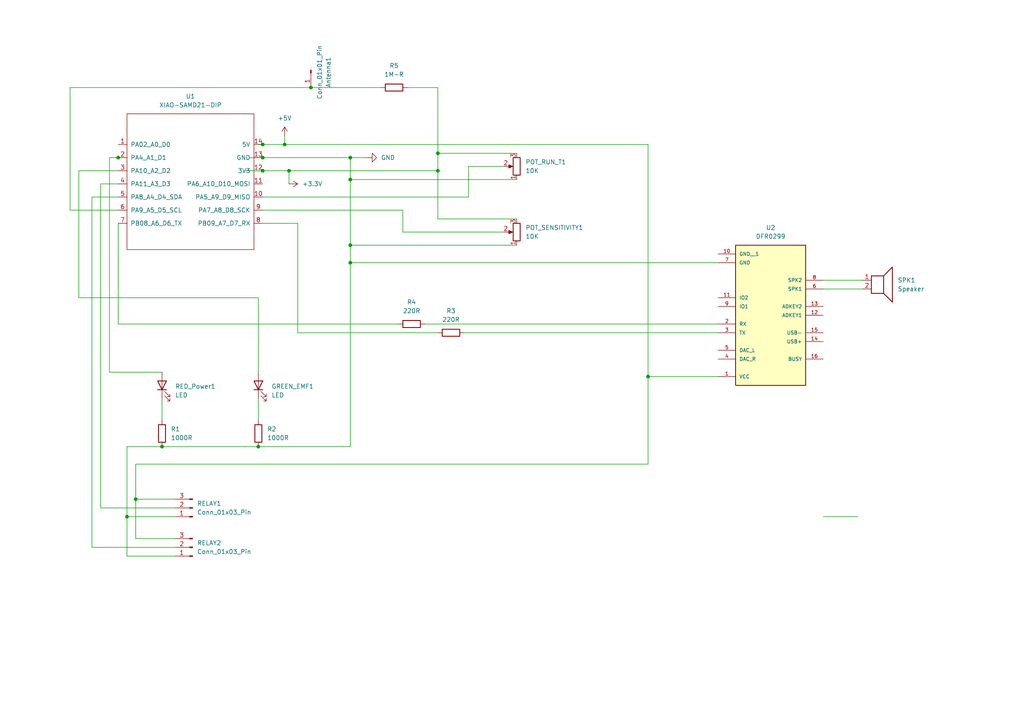
<source format=kicad_sch>
(kicad_sch (version 20250114) (generator "eeschema") (generator_version "9.0")
  (paper "A4")
  (lib_symbols
    (symbol "Connector:Conn_01x01_Pin" (pin_names (offset 1.016) (hide yes))
      (property "Reference" "J" (at 0 2.54 0))
      (property "Value" "Conn_01x01_Pin" (at 0 -2.54 0))
      (symbol "Conn_01x01_Pin_1_1"
        (rectangle (start 0.8636 0.127) (end 0 -0.127) (stroke (width 0.1524)) (fill (type outline)))
        (polyline (pts (xy 1.27 0) (xy 0.8636 0)) (stroke (width 0.1524)))
        (pin passive line (at 5.08 0 180) (length 3.81) (name "Pin_1") (number "1"))
      )
    )
    (symbol "Connector:Conn_01x03_Pin" (pin_names (offset 1.016) (hide yes))
      (property "Reference" "J" (at 0 5.08 0))
      (property "Value" "Conn_01x03_Pin" (at 0 -5.08 0))
      (symbol "Conn_01x03_Pin_1_1"
        (rectangle (start 0.8636 2.667) (end 0 2.413) (stroke (width 0.1524)) (fill (type outline)))
        (rectangle (start 0.8636 0.127) (end 0 -0.127) (stroke (width 0.1524)) (fill (type outline)))
        (rectangle (start 0.8636 -2.413) (end 0 -2.667) (stroke (width 0.1524)) (fill (type outline)))
        (polyline (pts (xy 1.27 2.54) (xy 0.8636 2.54)) (stroke (width 0.1524)))
        (polyline (pts (xy 1.27 0) (xy 0.8636 0)) (stroke (width 0.1524)))
        (polyline (pts (xy 1.27 -2.54) (xy 0.8636 -2.54)) (stroke (width 0.1524)))
        (pin passive line (at 5.08 2.54 180) (length 3.81) (name "Pin_1") (number "1"))
        (pin passive line (at 5.08 0 180) (length 3.81) (name "Pin_2") (number "2"))
        (pin passive line (at 5.08 -2.54 180) (length 3.81) (name "Pin_3") (number "3"))
      )
    )
    (symbol "DFR0299:DFR0299" (pin_names (offset 1.016))
      (property "Reference" "U" (at -10.16 18.542 0))
      (property "Value" "DFR0299" (at -10.16 -25.4 0))
      (symbol "DFR0299_0_0"
        (rectangle (start -10.16 -22.86) (end 10.16 17.78) (stroke (width 0.254)) (fill (type background)))
        (pin input line (at -15.24 10.16 0) (length 5.08) (name "BUSY") (number "16"))
        (pin input line (at -15.24 5.08 0) (length 5.08) (name "USB+") (number "14"))
        (pin input line (at -15.24 2.54 0) (length 5.08) (name "USB-") (number "15"))
        (pin input line (at -15.24 -2.54 0) (length 5.08) (name "ADKEY1") (number "12"))
        (pin input line (at -15.24 -5.08 0) (length 5.08) (name "ADKEY2") (number "13"))
        (pin passive line (at -15.24 -10.16 0) (length 5.08) (name "SPK1") (number "6"))
        (pin passive line (at -15.24 -12.7 0) (length 5.08) (name "SPK2") (number "8"))
        (pin power_in line (at 15.24 15.24 180) (length 5.08) (name "VCC") (number "1"))
        (pin output line (at 15.24 10.16 180) (length 5.08) (name "DAC_R") (number "4"))
        (pin output line (at 15.24 7.62 180) (length 5.08) (name "DAC_L") (number "5"))
        (pin output line (at 15.24 2.54 180) (length 5.08) (name "TX") (number "3"))
        (pin input line (at 15.24 0 180) (length 5.08) (name "RX") (number "2"))
        (pin bidirectional line (at 15.24 -5.08 180) (length 5.08) (name "IO1") (number "9"))
        (pin bidirectional line (at 15.24 -7.62 180) (length 5.08) (name "IO2") (number "11"))
        (pin power_in line (at 15.24 -17.78 180) (length 5.08) (name "GND") (number "7"))
        (pin power_in line (at 15.24 -20.32 180) (length 5.08) (name "GND__1") (number "10"))
      )
    )
    (symbol "Device:LED" (pin_numbers (hide yes)) (pin_names (offset 1.016) (hide yes))
      (property "Reference" "D" (at 0 2.54 0))
      (property "Value" "LED" (at 0 -2.54 0))
      (symbol "LED_0_1"
        (polyline (pts (xy -3.048 -0.762) (xy -4.572 -2.286) (xy -3.81 -2.286) (xy -4.572 -2.286) (xy -4.572 -1.524)))
        (polyline (pts (xy -1.778 -0.762) (xy -3.302 -2.286) (xy -2.54 -2.286) (xy -3.302 -2.286) (xy -3.302 -1.524)))
        (polyline (pts (xy -1.27 0) (xy 1.27 0)))
        (polyline (pts (xy -1.27 -1.27) (xy -1.27 1.27)) (stroke (width 0.254)))
        (polyline (pts (xy 1.27 -1.27) (xy 1.27 1.27) (xy -1.27 0) (xy 1.27 -1.27)) (stroke (width 0.254)))
      )
      (symbol "LED_1_1"
        (pin passive line (at -3.81 0 0) (length 2.54) (name "K") (number "1"))
        (pin passive line (at 3.81 0 180) (length 2.54) (name "A") (number "2"))
      )
    )
    (symbol "Device:R" (pin_numbers (hide yes)) (pin_names (offset 0))
      (property "Reference" "R" (at 2.032 0 90))
      (property "Value" "R" (at 0 0 90))
      (symbol "R_0_1"
        (rectangle (start -1.016 -2.54) (end 1.016 2.54) (stroke (width 0.254)))
      )
      (symbol "R_1_1"
        (pin passive line (at 0 3.81 270) (length 1.27) (name "~") (number "1"))
        (pin passive line (at 0 -3.81 90) (length 1.27) (name "~") (number "2"))
      )
    )
    (symbol "Device:R_Potentiometer" (pin_names (offset 1.016) (hide yes))
      (property "Reference" "RV" (at -4.445 0 90))
      (property "Value" "R_Potentiometer" (at -2.54 0 90))
      (symbol "R_Potentiometer_0_1"
        (rectangle (start 1.016 2.54) (end -1.016 -2.54) (stroke (width 0.254)))
        (polyline (pts (xy 1.143 0) (xy 2.286 0.508) (xy 2.286 -0.508) (xy 1.143 0)) (fill (type outline)))
        (polyline (pts (xy 2.54 0) (xy 1.524 0)))
      )
      (symbol "R_Potentiometer_1_1"
        (pin passive line (at 0 3.81 270) (length 1.27) (name "1") (number "1"))
        (pin passive line (at 0 -3.81 90) (length 1.27) (name "3") (number "3"))
        (pin passive line (at 3.81 0 180) (length 1.27) (name "2") (number "2"))
      )
    )
    (symbol "Device:Speaker" (pin_names (offset 0) (hide yes))
      (property "Reference" "LS" (at 1.27 5.715 0))
      (property "Value" "Speaker" (at 1.27 3.81 0))
      (symbol "Speaker_0_0"
        (rectangle (start -2.54 1.27) (end 1.016 -3.81) (stroke (width 0.254)))
        (polyline (pts (xy 1.016 1.27) (xy 3.556 3.81) (xy 3.556 -6.35) (xy 1.016 -3.81)) (stroke (width 0.254)))
      )
      (symbol "Speaker_1_1"
        (pin input line (at -5.08 0 0) (length 2.54) (name "1") (number "1"))
        (pin input line (at -5.08 -2.54 0) (length 2.54) (name "2") (number "2"))
      )
    )
    (symbol "Seeed_Studio_XIAO_Series:XIAO-SAMD21-DIP" (pin_names (offset 1.016))
      (property "Reference" "U" (at -18.542 22.86 0))
      (property "Value" "XIAO-SAMD21-DIP" (at -10.16 21.082 0))
      (symbol "XIAO-SAMD21-DIP_0_1"
        (rectangle (start -19.05 20.32) (end 17.78 -19.05))
      )
      (symbol "XIAO-SAMD21-DIP_1_1"
        (pin passive line (at -21.59 11.43 0) (length 2.54) (name "PA02_A0_D0") (number "1"))
        (pin passive line (at -21.59 7.62 0) (length 2.54) (name "PA4_A1_D1") (number "2"))
        (pin passive line (at -21.59 3.81 0) (length 2.54) (name "PA10_A2_D2") (number "3"))
        (pin passive line (at -21.59 0 0) (length 2.54) (name "PA11_A3_D3") (number "4"))
        (pin passive line (at -21.59 -3.81 0) (length 2.54) (name "PA8_A4_D4_SDA") (number "5"))
        (pin passive line (at -21.59 -7.62 0) (length 2.54) (name "PA9_A5_D5_SCL") (number "6"))
        (pin passive line (at -21.59 -11.43 0) (length 2.54) (name "PB08_A6_D6_TX") (number "7"))
        (pin passive line (at 20.32 11.43 180) (length 2.54) (name "5V") (number "14"))
        (pin passive line (at 20.32 7.62 180) (length 2.54) (name "GND") (number "13"))
        (pin passive line (at 20.32 3.81 180) (length 2.54) (name "3V3") (number "12"))
        (pin passive line (at 20.32 0 180) (length 2.54) (name "PA6_A10_D10_MOSI") (number "11"))
        (pin passive line (at 20.32 -3.81 180) (length 2.54) (name "PA5_A9_D9_MISO") (number "10"))
        (pin passive line (at 20.32 -7.62 180) (length 2.54) (name "PA7_A8_D8_SCK") (number "9"))
        (pin passive line (at 20.32 -11.43 180) (length 2.54) (name "PB09_A7_D7_RX") (number "8"))
      )
    )
    (symbol "power:+3.3V" (power) (pin_numbers (hide yes)) (pin_names (offset 0) (hide yes))
      (property "Value" "+3.3V" (at 0 3.556 0))
      (symbol "+3.3V_0_1"
        (polyline (pts (xy -0.762 1.27) (xy 0 2.54)))
        (polyline (pts (xy 0 2.54) (xy 0.762 1.27)))
        (polyline (pts (xy 0 0) (xy 0 2.54)))
      )
      (symbol "+3.3V_1_1"
        (pin power_in line (at 0 0 90) (length 0) (name "~") (number "1"))
      )
    )
    (symbol "power:+5V" (power) (pin_numbers (hide yes)) (pin_names (offset 0) (hide yes))
      (property "Value" "+5V" (at 0 3.556 0))
      (symbol "+5V_0_1"
        (polyline (pts (xy -0.762 1.27) (xy 0 2.54)))
        (polyline (pts (xy 0 2.54) (xy 0.762 1.27)))
        (polyline (pts (xy 0 0) (xy 0 2.54)))
      )
      (symbol "+5V_1_1"
        (pin power_in line (at 0 0 90) (length 0) (name "~") (number "1"))
      )
    )
    (symbol "power:GND" (power) (pin_numbers (hide yes)) (pin_names (offset 0) (hide yes))
      (property "Value" "GND" (at 0 -3.81 0))
      (symbol "GND_0_1"
        (polyline (pts (xy 0 0) (xy 0 -1.27) (xy 1.27 -1.27) (xy 0 -2.54) (xy -1.27 -1.27) (xy 0 -1.27)))
      )
      (symbol "GND_1_1"
        (pin power_in line (at 0 0 270) (length 0) (name "~") (number "1"))
      )
    )
  )
  (junction (at 36.83 149.86))
  (junction (at 101.6 45.72))
  (junction (at 76.2 45.72))
  (junction (at 82.55 41.91))
  (junction (at 101.6 71.12))
  (junction (at 34.29 45.72))
  (junction (at 127 44.45))
  (junction (at 39.37 144.78))
  (junction (at 127 49.53))
  (junction (at 90.17 25.4))
  (junction (at 101.6 52.07))
  (junction (at 74.93 129.54))
  (junction (at 83.82 49.53))
  (junction (at 76.2 41.91))
  (junction (at 187.96 109.22))
  (junction (at 46.99 129.54))
  (junction (at 101.6 76.2))
  (junction (at 76.2 49.53))
  (wire (pts (xy 39.37 134.62) (xy 39.37 144.78)))
  (wire (pts (xy 248.92 149.86) (xy 238.76 149.86)))
  (wire (pts (xy 34.29 53.34) (xy 29.21 53.34)))
  (wire (pts (xy 86.36 64.77) (xy 86.36 96.52)))
  (wire (pts (xy 101.6 71.12) (xy 149.86 71.12)))
  (wire (pts (xy 238.76 81.28) (xy 250.19 81.28)))
  (wire (pts (xy 123.19 93.98) (xy 208.28 93.98)))
  (wire (pts (xy 76.2 60.96) (xy 116.84 60.96)))
  (wire (pts (xy 135.89 48.26) (xy 146.05 48.26)))
  (wire (pts (xy 127 63.5) (xy 149.86 63.5)))
  (wire (pts (xy 46.99 129.54) (xy 74.93 129.54)))
  (wire (pts (xy 127 49.53) (xy 127 63.5)))
  (wire (pts (xy 39.37 156.21) (xy 50.8 156.21)))
  (wire (pts (xy 36.83 149.86) (xy 36.83 161.29)))
  (wire (pts (xy 101.6 76.2) (xy 208.28 76.2)))
  (wire (pts (xy 76.2 57.15) (xy 135.89 57.15)))
  (wire (pts (xy 127 44.45) (xy 149.86 44.45)))
  (wire (pts (xy 29.21 147.32) (xy 50.8 147.32)))
  (wire (pts (xy 83.82 49.53) (xy 127 49.53)))
  (wire (pts (xy 36.83 161.29) (xy 50.8 161.29)))
  (wire (pts (xy 34.29 49.53) (xy 22.86 49.53)))
  (wire (pts (xy 34.29 93.98) (xy 115.57 93.98)))
  (wire (pts (xy 83.82 49.53) (xy 83.82 53.34)))
  (wire (pts (xy 34.29 60.96) (xy 20.32 60.96)))
  (wire (pts (xy 34.29 64.77) (xy 34.29 93.98)))
  (wire (pts (xy 76.2 64.77) (xy 86.36 64.77)))
  (wire (pts (xy 101.6 52.07) (xy 149.86 52.07)))
  (wire (pts (xy 36.83 129.54) (xy 36.83 149.86)))
  (wire (pts (xy 101.6 76.2) (xy 101.6 129.54)))
  (wire (pts (xy 127 25.4) (xy 118.11 25.4)))
  (wire (pts (xy 34.29 57.15) (xy 26.67 57.15)))
  (wire (pts (xy 135.89 57.15) (xy 135.89 48.26)))
  (wire (pts (xy 101.6 52.07) (xy 101.6 71.12)))
  (wire (pts (xy 74.93 86.36) (xy 74.93 107.95)))
  (wire (pts (xy 31.75 45.72) (xy 31.75 107.95)))
  (wire (pts (xy 82.55 41.91) (xy 187.96 41.91)))
  (wire (pts (xy 90.17 25.4) (xy 110.49 25.4)))
  (wire (pts (xy 46.99 115.57) (xy 46.99 121.92)))
  (wire (pts (xy 101.6 129.54) (xy 74.93 129.54)))
  (wire (pts (xy 187.96 109.22) (xy 208.28 109.22)))
  (wire (pts (xy 31.75 107.95) (xy 46.99 107.95)))
  (wire (pts (xy 29.21 53.34) (xy 29.21 147.32)))
  (wire (pts (xy 22.86 49.53) (xy 22.86 86.36)))
  (wire (pts (xy 116.84 60.96) (xy 116.84 67.31)))
  (wire (pts (xy 86.36 96.52) (xy 127 96.52)))
  (wire (pts (xy 39.37 144.78) (xy 39.37 156.21)))
  (wire (pts (xy 127 44.45) (xy 127 49.53)))
  (wire (pts (xy 76.2 45.72) (xy 101.6 45.72)))
  (wire (pts (xy 187.96 109.22) (xy 187.96 134.62)))
  (wire (pts (xy 20.32 25.4) (xy 90.17 25.4)))
  (wire (pts (xy 20.32 60.96) (xy 20.32 25.4)))
  (wire (pts (xy 26.67 158.75) (xy 50.8 158.75)))
  (wire (pts (xy 187.96 41.91) (xy 187.96 109.22)))
  (wire (pts (xy 22.86 86.36) (xy 74.93 86.36)))
  (wire (pts (xy 46.99 129.54) (xy 36.83 129.54)))
  (wire (pts (xy 134.62 96.52) (xy 208.28 96.52)))
  (wire (pts (xy 26.67 57.15) (xy 26.67 158.75)))
  (wire (pts (xy 116.84 67.31) (xy 146.05 67.31)))
  (wire (pts (xy 76.2 41.91) (xy 82.55 41.91)))
  (wire (pts (xy 34.29 45.72) (xy 31.75 45.72)))
  (wire (pts (xy 238.76 83.82) (xy 250.19 83.82)))
  (wire (pts (xy 72.39 45.72) (xy 76.2 45.72)))
  (wire (pts (xy 39.37 144.78) (xy 50.8 144.78)))
  (wire (pts (xy 127 44.45) (xy 127 25.4)))
  (wire (pts (xy 74.93 115.57) (xy 74.93 121.92)))
  (wire (pts (xy 101.6 71.12) (xy 101.6 76.2)))
  (wire (pts (xy 36.83 45.72) (xy 34.29 45.72)))
  (wire (pts (xy 101.6 45.72) (xy 101.6 52.07)))
  (wire (pts (xy 76.2 49.53) (xy 83.82 49.53)))
  (wire (pts (xy 101.6 45.72) (xy 106.68 45.72)))
  (wire (pts (xy 74.93 41.91) (xy 76.2 41.91)))
  (wire (pts (xy 82.55 39.37) (xy 82.55 41.91)))
  (wire (pts (xy 36.83 149.86) (xy 50.8 149.86)))
  (wire (pts (xy 187.96 134.62) (xy 39.37 134.62)))
  (wire (pts (xy 71.12 49.53) (xy 76.2 49.53)))
  (symbol (lib_id "Device:R_Potentiometer") (at 149.86 48.26 180) (unit 1)
    (property "Reference" "POT_RUN_T1" (at 152.4 46.9899 0) (effects (justify right)))
    (property "Value" "10K" (at 152.4 49.5299 0) (effects (justify right)))
    (property "Footprint" "Potentiometer_THT:JG-3Pin-Pot-11mmOuterPins" (effects (hide yes)))
    (property "Description" "Potentiometer" (effects (hide yes)))
  )
  (symbol (lib_id "power:+5V") (at 82.55 39.37 0) (unit 1)
    (property "Reference" "#PWR02" (effects (hide yes)))
    (property "Value" "+5V" (at 82.55 34.29 0))
    (property "Description" "Power symbol creates a global label with name \"+5V\"" (effects (hide yes)))
  )
  (symbol (lib_id "Device:R") (at 114.3 25.4 90) (unit 1)
    (property "Reference" "R5" (at 114.3 19.05 90))
    (property "Value" "1M-R" (at 114.3 21.59 90))
    (property "Footprint" "Resistor_THT:R_Axial_DIN0207_L6.3mm_D2.5mm_P10.16mm_Horizontal" (effects (hide yes)))
    (property "Description" "Resistor" (effects (hide yes)))
  )
  (symbol (lib_id "power:GND") (at 106.68 45.72 90) (unit 1)
    (property "Reference" "#PWR01" (effects (hide yes)))
    (property "Value" "GND" (at 110.49 45.7199 90) (effects (justify right)))
    (property "Description" "Power symbol creates a global label with name \"GND\" , ground" (effects (hide yes)))
  )
  (symbol (lib_id "Device:R") (at 74.93 125.73 0) (unit 1)
    (property "Reference" "R2" (at 77.47 124.4599 0) (effects (justify left)))
    (property "Value" "1000R" (at 77.47 126.9999 0) (effects (justify left)))
    (property "Footprint" "Resistor_THT:R_Axial_DIN0207_L6.3mm_D2.5mm_P10.16mm_Horizontal" (effects (hide yes)))
    (property "Description" "Resistor" (effects (hide yes)))
  )
  (symbol (lib_id "Device:Speaker") (at 255.27 81.28 0) (unit 1)
    (property "Reference" "SPK1" (at 260.35 81.2799 0) (effects (justify left)))
    (property "Value" "Speaker" (at 260.35 83.8199 0) (effects (justify left)))
    (property "Footprint" "Connector_PinHeader_2.54mm:PinHeader_1x02_P2.54mm_Vertical" (effects (hide yes)))
    (property "Description" "Speaker" (effects (hide yes)))
  )
  (symbol (lib_id "Device:R") (at 119.38 93.98 90) (unit 1)
    (property "Reference" "R4" (at 119.38 87.63 90))
    (property "Value" "220R" (at 119.38 90.17 90))
    (property "Footprint" "Resistor_THT:R_Axial_DIN0207_L6.3mm_D2.5mm_P10.16mm_Horizontal" (effects (hide yes)))
    (property "Description" "Resistor" (effects (hide yes)))
  )
  (symbol (lib_id "power:+3.3V") (at 83.82 53.34 270) (unit 1)
    (property "Reference" "#PWR03" (effects (hide yes)))
    (property "Value" "+3.3V" (at 87.63 53.3399 90) (effects (justify left)))
    (property "Description" "Power symbol creates a global label with name \"+3.3V\"" (effects (hide yes)))
  )
  (symbol (lib_id "Device:R_Potentiometer") (at 149.86 67.31 180) (unit 1)
    (property "Reference" "POT_SENSITIVITY1" (at 152.4 66.0399 0) (effects (justify right)))
    (property "Value" "10K" (at 152.4 68.5799 0) (effects (justify right)))
    (property "Footprint" "Potentiometer_THT:JG-3Pin-Pot-11mmOuterPins" (effects (hide yes)))
    (property "Description" "Potentiometer" (effects (hide yes)))
  )
  (symbol (lib_id "Device:R") (at 130.81 96.52 90) (unit 1)
    (property "Reference" "R3" (at 130.81 90.17 90))
    (property "Value" "220R" (at 130.81 92.71 90))
    (property "Footprint" "Resistor_THT:R_Axial_DIN0207_L6.3mm_D2.5mm_P10.16mm_Horizontal" (effects (hide yes)))
    (property "Description" "Resistor" (effects (hide yes)))
  )
  (symbol (lib_id "DFR0299:DFR0299") (at 223.52 93.98 180) (unit 1)
    (property "Reference" "U2" (at 223.52 66.04 0))
    (property "Value" "DFR0299" (at 223.52 68.58 0))
    (property "Footprint" "DFR0299:MODULE_DFR0299" (effects (hide yes)))
    (property "MF" "DFRobot" (effects (hide yes)))
    (property "DESCRIPTION" "Dfplayer - a Mini Mp3 Player" (effects (hide yes)))
    (property "PACKAGE" "None" (effects (hide yes)))
    (property "PRICE" "None" (effects (hide yes)))
    (property "MP" "DFR0299" (effects (hide yes)))
    (property "AVAILABILITY" "Unavailable" (effects (hide yes)))
  )
  (symbol (lib_id "Seeed_Studio_XIAO_Series:XIAO-SAMD21-DIP") (at 55.88 53.34 0) (unit 1)
    (property "Reference" "U1" (at 55.245 27.94 0))
    (property "Value" "XIAO-SAMD21-DIP" (at 55.245 30.48 0))
    (property "Footprint" "Seeed Studio XIAO Series Library:XIAO-SAMD21-DIP" (effects (hide yes)))
  )
  (symbol (lib_id "Device:LED") (at 46.99 111.76 90) (unit 1)
    (property "Reference" "RED_Power1" (at 50.8 112.0774 90) (effects (justify right)))
    (property "Value" "LED" (at 50.8 114.6174 90) (effects (justify right)))
    (property "Footprint" "LED_THT:LED_D5.0mm" (effects (hide yes)))
    (property "Description" "Light emitting diode" (effects (hide yes)))
  )
  (symbol (lib_id "Device:LED") (at 74.93 111.76 90) (unit 1)
    (property "Reference" "GREEN_EMF1" (at 78.74 112.0774 90) (effects (justify right)))
    (property "Value" "LED" (at 78.74 114.6174 90) (effects (justify right)))
    (property "Footprint" "LED_THT:LED_D5.0mm" (effects (hide yes)))
    (property "Description" "Light emitting diode" (effects (hide yes)))
  )
  (symbol (lib_id "Connector:Conn_01x01_Pin") (at 90.17 20.32 270) (unit 1)
    (property "Reference" "Antenna1" (at 95.25 20.955 0))
    (property "Value" "Conn_01x01_Pin" (at 92.71 20.955 0))
    (property "Footprint" "Connector_PinHeader_2.54mm:PinHeader_1x01_P2.54mm_Vertical" (effects (hide yes)))
    (property "Description" "Generic connector, single row, 01x01, script generated" (effects (hide yes)))
  )
  (symbol (lib_id "Device:R") (at 46.99 125.73 0) (unit 1)
    (property "Reference" "R1" (at 49.53 124.4599 0) (effects (justify left)))
    (property "Value" "1000R" (at 49.53 126.9999 0) (effects (justify left)))
    (property "Footprint" "Resistor_THT:R_Axial_DIN0207_L6.3mm_D2.5mm_P10.16mm_Horizontal" (effects (hide yes)))
    (property "Description" "Resistor" (effects (hide yes)))
  )
  (symbol (lib_id "Connector:Conn_01x03_Pin") (at 55.88 158.75 180) (unit 1)
    (property "Reference" "RELAY2" (at 57.15 157.4799 0) (effects (justify right)))
    (property "Value" "Conn_01x03_Pin" (at 57.15 160.0199 0) (effects (justify right)))
    (property "Footprint" "Connector_PinHeader_2.54mm:PinHeader_1x03_P2.54mm_Vertical" (effects (hide yes)))
    (property "Description" "Generic connector, single row, 01x03, script generated" (effects (hide yes)))
  )
  (symbol (lib_id "Connector:Conn_01x03_Pin") (at 55.88 147.32 180) (unit 1)
    (property "Reference" "RELAY1" (at 57.15 146.0499 0) (effects (justify right)))
    (property "Value" "Conn_01x03_Pin" (at 57.15 148.5899 0) (effects (justify right)))
    (property "Footprint" "Connector_PinHeader_2.54mm:PinHeader_1x03_P2.54mm_Vertical" (effects (hide yes)))
    (property "Description" "Generic connector, single row, 01x03, script generated" (effects (hide yes)))
  )
)
</source>
